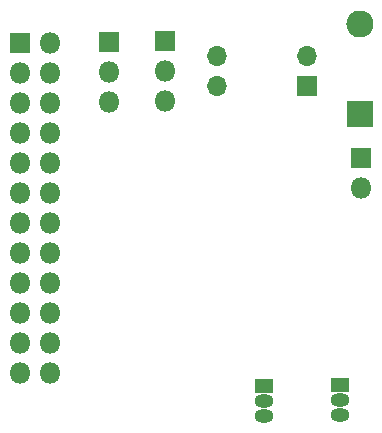
<source format=gbs>
G04 #@! TF.GenerationSoftware,KiCad,Pcbnew,(5.1.6)-1*
G04 #@! TF.CreationDate,2022-01-24T22:45:59-06:00*
G04 #@! TF.ProjectId,bassDrum,62617373-4472-4756-9d2e-6b696361645f,rev?*
G04 #@! TF.SameCoordinates,Original*
G04 #@! TF.FileFunction,Soldermask,Bot*
G04 #@! TF.FilePolarity,Negative*
%FSLAX46Y46*%
G04 Gerber Fmt 4.6, Leading zero omitted, Abs format (unit mm)*
G04 Created by KiCad (PCBNEW (5.1.6)-1) date 2022-01-24 22:45:59*
%MOMM*%
%LPD*%
G01*
G04 APERTURE LIST*
%ADD10R,1.800000X1.800000*%
%ADD11O,1.800000X1.800000*%
%ADD12R,1.600000X1.150000*%
%ADD13O,1.600000X1.150000*%
%ADD14R,1.700000X1.700000*%
%ADD15O,1.700000X1.700000*%
%ADD16R,2.300000X2.300000*%
%ADD17O,2.300000X2.300000*%
G04 APERTURE END LIST*
D10*
X88849200Y-84785200D03*
D11*
X91389200Y-84785200D03*
X88849200Y-87325200D03*
X91389200Y-87325200D03*
X88849200Y-89865200D03*
X91389200Y-89865200D03*
X88849200Y-92405200D03*
X91389200Y-92405200D03*
X88849200Y-94945200D03*
X91389200Y-94945200D03*
X88849200Y-97485200D03*
X91389200Y-97485200D03*
X88849200Y-100025200D03*
X91389200Y-100025200D03*
X88849200Y-102565200D03*
X91389200Y-102565200D03*
X88849200Y-105105200D03*
X91389200Y-105105200D03*
X88849200Y-107645200D03*
X91389200Y-107645200D03*
X88849200Y-110185200D03*
X91389200Y-110185200D03*
X88849200Y-112725200D03*
X91389200Y-112725200D03*
D10*
X96367600Y-84683600D03*
D11*
X96367600Y-87223600D03*
X96367600Y-89763600D03*
X101168200Y-89712800D03*
X101168200Y-87172800D03*
D10*
X101168200Y-84632800D03*
D12*
X109524800Y-113817400D03*
D13*
X109524800Y-116357400D03*
X109524800Y-115087400D03*
X115951000Y-115036600D03*
X115951000Y-116306600D03*
D12*
X115951000Y-113766600D03*
D14*
X113157000Y-88417400D03*
D15*
X105537000Y-85877400D03*
X113157000Y-85877400D03*
X105537000Y-88417400D03*
D16*
X117652800Y-90779600D03*
D17*
X117652800Y-83159600D03*
D10*
X117779800Y-94538800D03*
D11*
X117779800Y-97078800D03*
M02*

</source>
